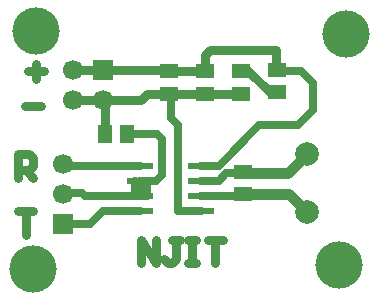
<source format=gtl>
%FSLAX44Y44*%
%MOMM*%
G71*
G01*
G75*
%ADD10R,1.5000X1.3000*%
%ADD11R,2.2000X0.6000*%
%ADD12R,2.2000X0.6000*%
%ADD13R,1.3000X1.5000*%
%ADD14C,0.7620*%
%ADD15C,0.6350*%
%ADD16C,0.8890*%
%ADD17C,0.8000*%
%ADD18C,2.0000*%
%ADD19C,1.7000*%
%ADD20R,1.7000X1.7000*%
%ADD21C,4.0000*%
D10*
X1051560Y599440D02*
D03*
Y618440D02*
D03*
X989330Y684530D02*
D03*
Y703530D02*
D03*
X1080770Y704850D02*
D03*
Y685850D02*
D03*
X1050290Y703530D02*
D03*
Y684530D02*
D03*
X1019810D02*
D03*
Y703530D02*
D03*
D11*
X964600Y623570D02*
D03*
D12*
X1016600Y585470D02*
D03*
Y598170D02*
D03*
Y610870D02*
D03*
Y623570D02*
D03*
X964600Y585470D02*
D03*
Y598170D02*
D03*
Y610870D02*
D03*
D13*
X934720Y650240D02*
D03*
X953720D02*
D03*
D14*
X989330Y703530D02*
Y704850D01*
X965200Y679450D02*
X970280Y684530D01*
X989330Y703530D02*
X1019810D01*
X1074370Y685850D02*
X1080770D01*
X1055370Y704850D02*
X1074370Y685850D01*
X1019810Y703530D02*
Y717550D01*
X1023620Y721360D01*
X1079500D01*
Y706120D02*
Y721360D01*
Y706120D02*
X1080770Y704850D01*
X934720Y650240D02*
Y678180D01*
X908050Y704850D02*
X933450D01*
X989330D01*
X908050Y679450D02*
X933450D01*
X965200D01*
X933450D02*
X934720Y678180D01*
X970280Y684530D02*
X989330D01*
X1019810D01*
X1050290D01*
D15*
X900430Y623570D02*
X964600D01*
X899160Y624840D02*
X900430Y623570D01*
X915670Y600710D02*
X918210Y598170D01*
X900430Y600710D02*
X915670D01*
X899160Y599440D02*
X900430Y600710D01*
X933450Y585470D02*
X964600D01*
X922020Y574040D02*
X933450Y585470D01*
X899160Y574040D02*
X922020D01*
X1016600Y610870D02*
X1031240D01*
X1037590Y617220D01*
X1050340D01*
X1051560Y618440D01*
X1016600Y598170D02*
X1050290D01*
X1051560Y599440D01*
X1016600Y623570D02*
X1031368D01*
X1065658Y657860D01*
X1098550D01*
X1111250Y670560D01*
Y693420D01*
X1101090Y703580D02*
X1111250Y693420D01*
X1082040Y703580D02*
X1101090D01*
X1080770Y704850D02*
X1082040Y703580D01*
X977900Y610870D02*
X982980Y615950D01*
Y646430D01*
X979170Y650240D02*
X982980Y646430D01*
X953720Y650240D02*
X979170D01*
X996950Y585470D02*
Y657860D01*
X990600Y664210D02*
X996950Y657860D01*
X990600Y664210D02*
Y683260D01*
X918210Y598170D02*
X958850D01*
X964600D01*
X970280D01*
X958850D02*
X960120Y599440D01*
X964600Y598170D02*
Y610870D01*
X970280Y598170D02*
Y610870D01*
X964600D02*
X970280D01*
X977900D01*
X960120Y599440D02*
Y610870D01*
X996950Y585470D02*
X1016600D01*
X989330Y684530D02*
X990600Y683260D01*
D16*
X1089660Y617220D02*
X1106170Y633730D01*
X1051560Y599440D02*
X1090930D01*
X1106170Y584200D01*
X1050340Y617220D02*
X1051560D01*
X1089660D01*
D17*
X869950Y703417D02*
X883279D01*
X876615Y710081D02*
Y696752D01*
X867410Y674207D02*
X880739D01*
X861060Y613410D02*
Y633404D01*
X871057D01*
X874389Y630071D01*
Y623407D01*
X871057Y620075D01*
X861060D01*
X867725D02*
X874389Y613410D01*
X861060Y585144D02*
X874389D01*
X867725D01*
Y565150D01*
X965200Y541020D02*
Y561014D01*
X978529Y541020D01*
Y561014D01*
X998523D02*
X991858D01*
X995190D01*
Y544352D01*
X991858Y541020D01*
X988526D01*
X985194Y544352D01*
X1005187Y561014D02*
X1011852D01*
X1008519D01*
Y541020D01*
X1005187D01*
X1011852D01*
X1021848Y561014D02*
X1035177D01*
X1028513D01*
Y541020D01*
D18*
X1106170Y633730D02*
D03*
Y584200D02*
D03*
D19*
X899160Y624840D02*
D03*
Y599440D02*
D03*
X933450Y679450D02*
D03*
X908050Y704850D02*
D03*
Y679450D02*
D03*
D20*
X899160Y574040D02*
D03*
X933450Y704850D02*
D03*
D21*
X876300Y737870D02*
D03*
X1132840Y539750D02*
D03*
X1139190Y735330D02*
D03*
X873760Y535940D02*
D03*
M02*

</source>
